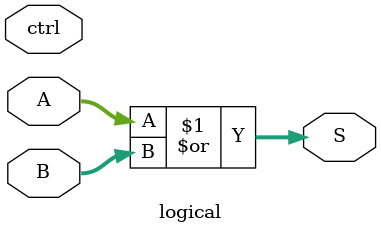
<source format=v>
`timescale 1ns / 1ps
module logical(A, B, ctrl, S);
input[31:0] A;
input[31:0] B;
input ctrl;
output[31:0] S;
assign S = A | B;
endmodule

</source>
